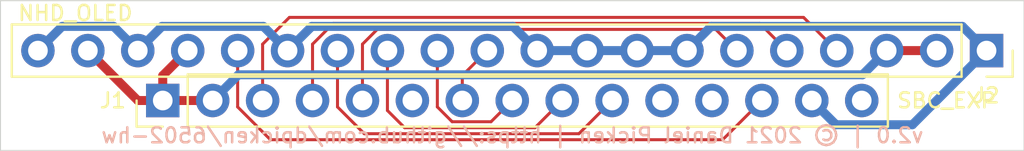
<source format=kicad_pcb>
(kicad_pcb (version 20171130) (host pcbnew "(5.1.10-1-10_14)")

  (general
    (thickness 1.6002)
    (drawings 5)
    (tracks 57)
    (zones 0)
    (modules 2)
    (nets 15)
  )

  (page A4)
  (title_block
    (title "6502 SBC Expansion - NHD 0420CW OLED Interposer")
    (date 2021-11-10)
    (rev 2.0)
  )

  (layers
    (0 F.Cu signal)
    (31 B.Cu signal)
    (33 F.Adhes user)
    (35 F.Paste user)
    (36 B.SilkS user)
    (37 F.SilkS user)
    (38 B.Mask user)
    (39 F.Mask user)
    (40 Dwgs.User user)
    (41 Cmts.User user)
    (42 Eco1.User user)
    (43 Eco2.User user)
    (44 Edge.Cuts user)
    (45 Margin user)
    (46 B.CrtYd user)
    (47 F.CrtYd user)
    (48 B.Fab user)
    (49 F.Fab user)
  )

  (setup
    (last_trace_width 0.1524)
    (trace_clearance 0.1524)
    (zone_clearance 0.508)
    (zone_45_only no)
    (trace_min 0.1524)
    (via_size 0.508)
    (via_drill 0.254)
    (via_min_size 0.508)
    (via_min_drill 0.254)
    (uvia_size 0.508)
    (uvia_drill 0.254)
    (uvias_allowed no)
    (uvia_min_size 0.508)
    (uvia_min_drill 0.254)
    (edge_width 0.05)
    (segment_width 0.2)
    (pcb_text_width 0.254)
    (pcb_text_size 1.524 1.524)
    (mod_edge_width 0.12)
    (mod_text_size 0.762 0.762)
    (mod_text_width 0.127)
    (pad_size 1.524 1.524)
    (pad_drill 0.762)
    (pad_to_mask_clearance 0.0508)
    (aux_axis_origin 0 0)
    (visible_elements 7FFFFFFF)
    (pcbplotparams
      (layerselection 0x010fc_ffffffff)
      (usegerberextensions false)
      (usegerberattributes false)
      (usegerberadvancedattributes false)
      (creategerberjobfile false)
      (excludeedgelayer true)
      (linewidth 0.100000)
      (plotframeref false)
      (viasonmask false)
      (mode 1)
      (useauxorigin false)
      (hpglpennumber 1)
      (hpglpenspeed 20)
      (hpglpendiameter 15.000000)
      (psnegative false)
      (psa4output false)
      (plotreference true)
      (plotvalue true)
      (plotinvisibletext false)
      (padsonsilk false)
      (subtractmaskfromsilk false)
      (outputformat 1)
      (mirror false)
      (drillshape 1)
      (scaleselection 1)
      (outputdirectory ""))
  )

  (net 0 "")
  (net 1 +5V)
  (net 2 "Net-(J1-Pad3)")
  (net 3 "Net-(J1-Pad4)")
  (net 4 "Net-(J1-Pad5)")
  (net 5 "Net-(J1-Pad6)")
  (net 6 "Net-(J1-Pad7)")
  (net 7 "Net-(J1-Pad8)")
  (net 8 "Net-(J1-Pad9)")
  (net 9 "Net-(J1-Pad10)")
  (net 10 "Net-(J1-Pad11)")
  (net 11 "Net-(J1-Pad12)")
  (net 12 GND)
  (net 13 "Net-(J1-Pad13)")
  (net 14 "Net-(J1-Pad15)")

  (net_class Default "This is the default net class."
    (clearance 0.1524)
    (trace_width 0.1524)
    (via_dia 0.508)
    (via_drill 0.254)
    (uvia_dia 0.508)
    (uvia_drill 0.254)
    (diff_pair_width 0.1524)
    (diff_pair_gap 0.1524)
    (add_net "Net-(J1-Pad10)")
    (add_net "Net-(J1-Pad11)")
    (add_net "Net-(J1-Pad12)")
    (add_net "Net-(J1-Pad13)")
    (add_net "Net-(J1-Pad15)")
    (add_net "Net-(J1-Pad3)")
    (add_net "Net-(J1-Pad4)")
    (add_net "Net-(J1-Pad5)")
    (add_net "Net-(J1-Pad6)")
    (add_net "Net-(J1-Pad7)")
    (add_net "Net-(J1-Pad8)")
    (add_net "Net-(J1-Pad9)")
  )

  (net_class Power ""
    (clearance 0.1524)
    (trace_width 0.4572)
    (via_dia 0.508)
    (via_drill 0.254)
    (uvia_dia 0.508)
    (uvia_drill 0.254)
    (diff_pair_width 0.1524)
    (diff_pair_gap 0.1524)
    (add_net +5V)
    (add_net GND)
  )

  (module pin_socket:PinSocket_1x20_P2.54mm_Vertical (layer F.Cu) (tedit 5A19A41E) (tstamp 615BCE6A)
    (at 166.37 96.52 270)
    (descr "Through hole straight socket strip, 1x20, 2.54mm pitch, single row (from Kicad 4.0.7), script generated")
    (tags "Through hole socket strip THT 1x20 2.54mm single row")
    (path /614371EA)
    (fp_text reference J2 (at 2.286 0 180) (layer F.SilkS)
      (effects (font (size 0.762 0.762) (thickness 0.127)))
    )
    (fp_text value NHD_OLED (at -1.905 46.355 180) (layer F.SilkS)
      (effects (font (size 0.762 0.762) (thickness 0.127)))
    )
    (fp_text user %R (at 0 24.13) (layer F.Fab)
      (effects (font (size 0.762 0.762) (thickness 0.127)))
    )
    (fp_line (start -1.8 50) (end -1.8 -1.8) (layer F.CrtYd) (width 0.05))
    (fp_line (start 1.75 50) (end -1.8 50) (layer F.CrtYd) (width 0.05))
    (fp_line (start 1.75 -1.8) (end 1.75 50) (layer F.CrtYd) (width 0.05))
    (fp_line (start -1.8 -1.8) (end 1.75 -1.8) (layer F.CrtYd) (width 0.05))
    (fp_line (start 0 -1.33) (end 1.33 -1.33) (layer F.SilkS) (width 0.12))
    (fp_line (start 1.33 -1.33) (end 1.33 0) (layer F.SilkS) (width 0.12))
    (fp_line (start 1.33 1.27) (end 1.33 49.59) (layer F.SilkS) (width 0.12))
    (fp_line (start -1.33 49.59) (end 1.33 49.59) (layer F.SilkS) (width 0.12))
    (fp_line (start -1.33 1.27) (end -1.33 49.59) (layer F.SilkS) (width 0.12))
    (fp_line (start -1.33 1.27) (end 1.33 1.27) (layer F.SilkS) (width 0.12))
    (fp_line (start -1.27 49.53) (end -1.27 -1.27) (layer F.Fab) (width 0.15))
    (fp_line (start 1.27 49.53) (end -1.27 49.53) (layer F.Fab) (width 0.15))
    (fp_line (start 1.27 -0.635) (end 1.27 49.53) (layer F.Fab) (width 0.15))
    (fp_line (start 0.635 -1.27) (end 1.27 -0.635) (layer F.Fab) (width 0.15))
    (fp_line (start -1.27 -1.27) (end 0.635 -1.27) (layer F.Fab) (width 0.15))
    (pad 20 thru_hole oval (at 0 48.26 270) (size 1.7 1.7) (drill 1) (layers *.Cu *.Mask)
      (net 12 GND))
    (pad 19 thru_hole oval (at 0 45.72 270) (size 1.7 1.7) (drill 1) (layers *.Cu *.Mask)
      (net 1 +5V))
    (pad 18 thru_hole oval (at 0 43.18 270) (size 1.7 1.7) (drill 1) (layers *.Cu *.Mask)
      (net 12 GND))
    (pad 17 thru_hole oval (at 0 40.64 270) (size 1.7 1.7) (drill 1) (layers *.Cu *.Mask)
      (net 1 +5V))
    (pad 16 thru_hole oval (at 0 38.1 270) (size 1.7 1.7) (drill 1) (layers *.Cu *.Mask)
      (net 13 "Net-(J1-Pad13)"))
    (pad 15 thru_hole oval (at 0 35.56 270) (size 1.7 1.7) (drill 1) (layers *.Cu *.Mask)
      (net 12 GND))
    (pad 14 thru_hole oval (at 0 33.02 270) (size 1.7 1.7) (drill 1) (layers *.Cu *.Mask)
      (net 9 "Net-(J1-Pad10)"))
    (pad 13 thru_hole oval (at 0 30.48 270) (size 1.7 1.7) (drill 1) (layers *.Cu *.Mask)
      (net 8 "Net-(J1-Pad9)"))
    (pad 12 thru_hole oval (at 0 27.94 270) (size 1.7 1.7) (drill 1) (layers *.Cu *.Mask)
      (net 7 "Net-(J1-Pad8)"))
    (pad 11 thru_hole oval (at 0 25.4 270) (size 1.7 1.7) (drill 1) (layers *.Cu *.Mask)
      (net 6 "Net-(J1-Pad7)"))
    (pad 10 thru_hole oval (at 0 22.86 270) (size 1.7 1.7) (drill 1) (layers *.Cu *.Mask)
      (net 12 GND))
    (pad 9 thru_hole oval (at 0 20.32 270) (size 1.7 1.7) (drill 1) (layers *.Cu *.Mask)
      (net 12 GND))
    (pad 8 thru_hole oval (at 0 17.78 270) (size 1.7 1.7) (drill 1) (layers *.Cu *.Mask)
      (net 12 GND))
    (pad 7 thru_hole oval (at 0 15.24 270) (size 1.7 1.7) (drill 1) (layers *.Cu *.Mask)
      (net 12 GND))
    (pad 6 thru_hole oval (at 0 12.7 270) (size 1.7 1.7) (drill 1) (layers *.Cu *.Mask)
      (net 4 "Net-(J1-Pad5)"))
    (pad 5 thru_hole oval (at 0 10.16 270) (size 1.7 1.7) (drill 1) (layers *.Cu *.Mask)
      (net 3 "Net-(J1-Pad4)"))
    (pad 4 thru_hole oval (at 0 7.62 270) (size 1.7 1.7) (drill 1) (layers *.Cu *.Mask)
      (net 2 "Net-(J1-Pad3)"))
    (pad 3 thru_hole oval (at 0 5.08 270) (size 1.7 1.7) (drill 1) (layers *.Cu *.Mask)
      (net 1 +5V))
    (pad 2 thru_hole oval (at 0 2.54 270) (size 1.7 1.7) (drill 1) (layers *.Cu *.Mask)
      (net 1 +5V))
    (pad 1 thru_hole rect (at 0 0 270) (size 1.7 1.7) (drill 1) (layers *.Cu *.Mask)
      (net 12 GND))
    (model ${KISYS3DMOD}/Connector_PinSocket_2.54mm.3dshapes/PinSocket_1x20_P2.54mm_Vertical.wrl
      (at (xyz 0 0 0))
      (scale (xyz 1 1 1))
      (rotate (xyz 0 0 0))
    )
  )

  (module pin_header:PinHeader_1x15_P2.54mm_Vertical (layer F.Cu) (tedit 59FED5CC) (tstamp 618C9CF9)
    (at 124.46 99.06 90)
    (descr "Through hole straight pin header, 1x15, 2.54mm pitch, single row")
    (tags "Through hole pin header THT 1x15 2.54mm single row")
    (path /617C8B1A)
    (fp_text reference J1 (at 0 -2.54 180) (layer F.SilkS)
      (effects (font (size 0.762 0.762) (thickness 0.127)))
    )
    (fp_text value SBC_EXP (at 0 39.878 180) (layer F.SilkS)
      (effects (font (size 0.762 0.762) (thickness 0.127)))
    )
    (fp_line (start -0.635 -1.27) (end 1.27 -1.27) (layer F.Fab) (width 0.15))
    (fp_line (start 1.27 -1.27) (end 1.27 36.83) (layer F.Fab) (width 0.15))
    (fp_line (start 1.27 36.83) (end -1.27 36.83) (layer F.Fab) (width 0.15))
    (fp_line (start -1.27 36.83) (end -1.27 -0.635) (layer F.Fab) (width 0.15))
    (fp_line (start -1.27 -0.635) (end -0.635 -1.27) (layer F.Fab) (width 0.15))
    (fp_line (start -1.33 36.89) (end 1.33 36.89) (layer F.SilkS) (width 0.12))
    (fp_line (start -1.33 1.27) (end -1.33 36.89) (layer F.SilkS) (width 0.12))
    (fp_line (start 1.33 1.27) (end 1.33 36.89) (layer F.SilkS) (width 0.12))
    (fp_line (start -1.33 1.27) (end 1.33 1.27) (layer F.SilkS) (width 0.12))
    (fp_line (start -1.33 0) (end -1.33 -1.33) (layer F.SilkS) (width 0.12))
    (fp_line (start -1.33 -1.33) (end 0 -1.33) (layer F.SilkS) (width 0.12))
    (fp_line (start -1.8 -1.8) (end -1.8 37.35) (layer F.CrtYd) (width 0.05))
    (fp_line (start -1.8 37.35) (end 1.8 37.35) (layer F.CrtYd) (width 0.05))
    (fp_line (start 1.8 37.35) (end 1.8 -1.8) (layer F.CrtYd) (width 0.05))
    (fp_line (start 1.8 -1.8) (end -1.8 -1.8) (layer F.CrtYd) (width 0.05))
    (fp_text user %R (at 0 17.78) (layer F.Fab)
      (effects (font (size 0.762 0.762) (thickness 0.127)))
    )
    (pad 1 thru_hole rect (at 0 0 90) (size 1.7 1.7) (drill 1) (layers *.Cu *.Mask)
      (net 1 +5V))
    (pad 2 thru_hole oval (at 0 2.54 90) (size 1.7 1.7) (drill 1) (layers *.Cu *.Mask)
      (net 1 +5V))
    (pad 3 thru_hole oval (at 0 5.08 90) (size 1.7 1.7) (drill 1) (layers *.Cu *.Mask)
      (net 2 "Net-(J1-Pad3)"))
    (pad 4 thru_hole oval (at 0 7.62 90) (size 1.7 1.7) (drill 1) (layers *.Cu *.Mask)
      (net 3 "Net-(J1-Pad4)"))
    (pad 5 thru_hole oval (at 0 10.16 90) (size 1.7 1.7) (drill 1) (layers *.Cu *.Mask)
      (net 4 "Net-(J1-Pad5)"))
    (pad 6 thru_hole oval (at 0 12.7 90) (size 1.7 1.7) (drill 1) (layers *.Cu *.Mask)
      (net 5 "Net-(J1-Pad6)"))
    (pad 7 thru_hole oval (at 0 15.24 90) (size 1.7 1.7) (drill 1) (layers *.Cu *.Mask)
      (net 6 "Net-(J1-Pad7)"))
    (pad 8 thru_hole oval (at 0 17.78 90) (size 1.7 1.7) (drill 1) (layers *.Cu *.Mask)
      (net 7 "Net-(J1-Pad8)"))
    (pad 9 thru_hole oval (at 0 20.32 90) (size 1.7 1.7) (drill 1) (layers *.Cu *.Mask)
      (net 8 "Net-(J1-Pad9)"))
    (pad 10 thru_hole oval (at 0 22.86 90) (size 1.7 1.7) (drill 1) (layers *.Cu *.Mask)
      (net 9 "Net-(J1-Pad10)"))
    (pad 11 thru_hole oval (at 0 25.4 90) (size 1.7 1.7) (drill 1) (layers *.Cu *.Mask)
      (net 10 "Net-(J1-Pad11)"))
    (pad 12 thru_hole oval (at 0 27.94 90) (size 1.7 1.7) (drill 1) (layers *.Cu *.Mask)
      (net 11 "Net-(J1-Pad12)"))
    (pad 13 thru_hole oval (at 0 30.48 90) (size 1.7 1.7) (drill 1) (layers *.Cu *.Mask)
      (net 13 "Net-(J1-Pad13)"))
    (pad 14 thru_hole oval (at 0 33.02 90) (size 1.7 1.7) (drill 1) (layers *.Cu *.Mask)
      (net 12 GND))
    (pad 15 thru_hole oval (at 0 35.56 90) (size 1.7 1.7) (drill 1) (layers *.Cu *.Mask)
      (net 14 "Net-(J1-Pad15)"))
    (model ${KISYS3DMOD}/Connector_PinHeader_2.54mm.3dshapes/PinHeader_1x15_P2.54mm_Vertical.wrl
      (at (xyz 0 0 0))
      (scale (xyz 1 1 1))
      (rotate (xyz 0 0 0))
    )
  )

  (gr_line (start 116.205 93.98) (end 168.275 93.98) (layer Edge.Cuts) (width 0.05) (tstamp 6143919C))
  (gr_line (start 116.205 101.6) (end 116.205 93.98) (layer Edge.Cuts) (width 0.05))
  (gr_line (start 168.275 101.6) (end 116.205 101.6) (layer Edge.Cuts) (width 0.05))
  (gr_line (start 168.275 93.98) (end 168.275 101.6) (layer Edge.Cuts) (width 0.05))
  (gr_text "v2.0 | © 2021 Daniel Picken | https://github.com/dpicken/6502-hw" (at 163.234072 100.838) (layer B.SilkS) (tstamp 618CA10C)
    (effects (font (size 0.762 0.762) (thickness 0.127)) (justify left mirror))
  )

  (segment (start 123.19 99.06) (end 120.65 96.52) (width 0.4572) (layer F.Cu) (net 1))
  (segment (start 124.46 99.06) (end 123.19 99.06) (width 0.4572) (layer F.Cu) (net 1))
  (segment (start 124.46 99.06) (end 127 99.06) (width 0.4572) (layer F.Cu) (net 1))
  (segment (start 124.46 97.79) (end 125.73 96.52) (width 0.4572) (layer F.Cu) (net 1))
  (segment (start 124.46 99.06) (end 124.46 97.79) (width 0.4572) (layer F.Cu) (net 1))
  (segment (start 160.058999 97.751001) (end 161.29 96.52) (width 0.4572) (layer B.Cu) (net 1))
  (segment (start 128.308999 97.751001) (end 160.058999 97.751001) (width 0.4572) (layer B.Cu) (net 1))
  (segment (start 127 99.06) (end 128.308999 97.751001) (width 0.4572) (layer B.Cu) (net 1))
  (segment (start 161.29 96.52) (end 163.83 96.52) (width 0.4572) (layer F.Cu) (net 1))
  (segment (start 157.061779 94.831779) (end 158.75 96.52) (width 0.1524) (layer F.Cu) (net 2))
  (segment (start 130.901891 94.831779) (end 157.061779 94.831779) (width 0.1524) (layer F.Cu) (net 2))
  (segment (start 129.54 96.19367) (end 130.901891 94.831779) (width 0.1524) (layer F.Cu) (net 2))
  (segment (start 129.54 99.06) (end 129.54 96.19367) (width 0.1524) (layer F.Cu) (net 2))
  (segment (start 154.826589 95.136589) (end 156.21 96.52) (width 0.1524) (layer F.Cu) (net 3))
  (segment (start 133.137081 95.136589) (end 154.826589 95.136589) (width 0.1524) (layer F.Cu) (net 3))
  (segment (start 132.08 96.19367) (end 133.137081 95.136589) (width 0.1524) (layer F.Cu) (net 3))
  (segment (start 132.08 99.06) (end 132.08 96.19367) (width 0.1524) (layer F.Cu) (net 3))
  (segment (start 152.591399 95.441399) (end 153.67 96.52) (width 0.1524) (layer F.Cu) (net 4))
  (segment (start 135.372271 95.441399) (end 152.591399 95.441399) (width 0.1524) (layer F.Cu) (net 4))
  (segment (start 134.62 96.19367) (end 135.372271 95.441399) (width 0.1524) (layer F.Cu) (net 4))
  (segment (start 134.62 99.06) (end 134.62 96.19367) (width 0.1524) (layer F.Cu) (net 4))
  (segment (start 139.7 97.79) (end 140.97 96.52) (width 0.1524) (layer F.Cu) (net 6))
  (segment (start 139.7 99.06) (end 139.7 97.79) (width 0.1524) (layer F.Cu) (net 6))
  (segment (start 139.182271 100.138601) (end 138.43 99.38633) (width 0.1524) (layer F.Cu) (net 7))
  (segment (start 138.43 99.38633) (end 138.43 96.52) (width 0.1524) (layer F.Cu) (net 7))
  (segment (start 141.161399 100.138601) (end 139.182271 100.138601) (width 0.1524) (layer F.Cu) (net 7))
  (segment (start 142.24 99.06) (end 141.161399 100.138601) (width 0.1524) (layer F.Cu) (net 7))
  (segment (start 135.89 99.568) (end 135.89 96.52) (width 0.1524) (layer F.Cu) (net 8))
  (segment (start 136.765411 100.443411) (end 135.89 99.568) (width 0.1524) (layer F.Cu) (net 8))
  (segment (start 143.396589 100.443411) (end 136.765411 100.443411) (width 0.1524) (layer F.Cu) (net 8))
  (segment (start 144.78 99.06) (end 143.396589 100.443411) (width 0.1524) (layer F.Cu) (net 8))
  (segment (start 134.71189 100.74822) (end 133.35 99.38633) (width 0.1524) (layer F.Cu) (net 9))
  (segment (start 133.35 99.38633) (end 133.35 96.52) (width 0.1524) (layer F.Cu) (net 9))
  (segment (start 145.63178 100.74822) (end 134.71189 100.74822) (width 0.1524) (layer F.Cu) (net 9))
  (segment (start 147.32 99.06) (end 145.63178 100.74822) (width 0.1524) (layer F.Cu) (net 9))
  (segment (start 119.341001 95.288999) (end 118.11 96.52) (width 0.4572) (layer B.Cu) (net 12))
  (segment (start 121.958999 95.288999) (end 119.341001 95.288999) (width 0.4572) (layer B.Cu) (net 12))
  (segment (start 123.19 96.52) (end 121.958999 95.288999) (width 0.4572) (layer B.Cu) (net 12))
  (segment (start 129.578999 95.288999) (end 130.81 96.52) (width 0.4572) (layer B.Cu) (net 12))
  (segment (start 124.421001 95.288999) (end 129.578999 95.288999) (width 0.4572) (layer B.Cu) (net 12))
  (segment (start 123.19 96.52) (end 124.421001 95.288999) (width 0.4572) (layer B.Cu) (net 12))
  (segment (start 142.278999 95.288999) (end 143.51 96.52) (width 0.4572) (layer B.Cu) (net 12))
  (segment (start 132.041001 95.288999) (end 142.278999 95.288999) (width 0.4572) (layer B.Cu) (net 12))
  (segment (start 130.81 96.52) (end 132.041001 95.288999) (width 0.4572) (layer B.Cu) (net 12))
  (segment (start 143.51 96.52) (end 146.05 96.52) (width 0.4572) (layer B.Cu) (net 12))
  (segment (start 146.05 96.52) (end 148.59 96.52) (width 0.4572) (layer B.Cu) (net 12))
  (segment (start 148.59 96.52) (end 151.13 96.52) (width 0.4572) (layer B.Cu) (net 12))
  (segment (start 165.138999 95.288999) (end 166.37 96.52) (width 0.4572) (layer B.Cu) (net 12))
  (segment (start 152.361001 95.288999) (end 165.138999 95.288999) (width 0.4572) (layer B.Cu) (net 12))
  (segment (start 151.13 96.52) (end 152.361001 95.288999) (width 0.4572) (layer B.Cu) (net 12))
  (segment (start 162.598999 100.291001) (end 166.37 96.52) (width 0.4572) (layer B.Cu) (net 12))
  (segment (start 158.711001 100.291001) (end 162.598999 100.291001) (width 0.4572) (layer B.Cu) (net 12))
  (segment (start 157.48 99.06) (end 158.711001 100.291001) (width 0.4572) (layer B.Cu) (net 12))
  (segment (start 129.936699 101.053029) (end 128.27 99.38633) (width 0.1524) (layer F.Cu) (net 13))
  (segment (start 152.946971 101.053029) (end 129.936699 101.053029) (width 0.1524) (layer F.Cu) (net 13))
  (segment (start 128.27 99.38633) (end 128.27 96.52) (width 0.1524) (layer F.Cu) (net 13))
  (segment (start 154.94 99.06) (end 152.946971 101.053029) (width 0.1524) (layer F.Cu) (net 13))

)

</source>
